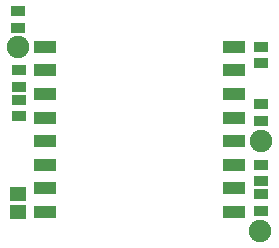
<source format=gbr>
G04 #@! TF.FileFunction,Soldermask,Top*
%FSLAX46Y46*%
G04 Gerber Fmt 4.6, Leading zero omitted, Abs format (unit mm)*
G04 Created by KiCad (PCBNEW 4.0.2-4+6225~38~ubuntu15.10.1-stable) date Ср. 27 апр. 2016 12:01:26*
%MOMM*%
G01*
G04 APERTURE LIST*
%ADD10C,0.100000*%
%ADD11R,1.900000X1.100000*%
%ADD12R,1.450000X1.300000*%
%ADD13R,1.300000X0.950000*%
%ADD14C,1.900000*%
G04 APERTURE END LIST*
D10*
D11*
X140500000Y-100103600D03*
X140500000Y-102103600D03*
X140500000Y-104103600D03*
X140500000Y-106103600D03*
X140500000Y-108103600D03*
X140500000Y-110103600D03*
X140500000Y-112103600D03*
X140500000Y-114103600D03*
X156500000Y-100103600D03*
X156500000Y-102103600D03*
X156500000Y-104103600D03*
X156500000Y-106103600D03*
X156500000Y-108103600D03*
X156500000Y-110103600D03*
X156500000Y-112103600D03*
X156500000Y-114103600D03*
D12*
X138200000Y-114100000D03*
X138200000Y-112600000D03*
D13*
X158800000Y-101500000D03*
X158800000Y-100100000D03*
X138200000Y-97100000D03*
X138200000Y-98500000D03*
X138300000Y-106000000D03*
X138300000Y-104600000D03*
X138300000Y-103500000D03*
X138300000Y-102100000D03*
X158800000Y-106400000D03*
X158800000Y-105000000D03*
X158800000Y-110100000D03*
X158800000Y-111500000D03*
X158800000Y-112600000D03*
X158800000Y-114000000D03*
D14*
X138200000Y-100100000D03*
X158700000Y-115700000D03*
X158800000Y-108100000D03*
M02*

</source>
